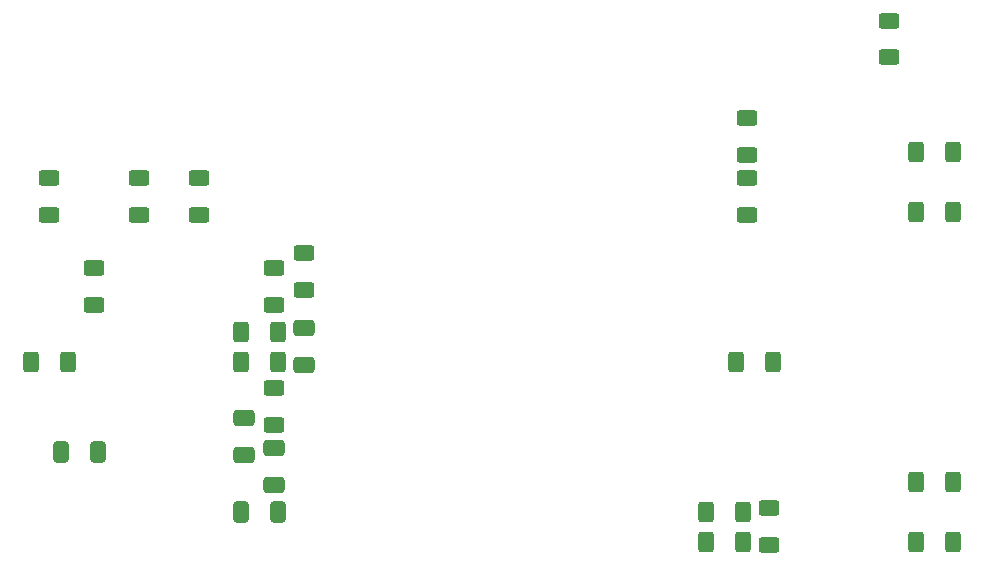
<source format=gbr>
%TF.GenerationSoftware,KiCad,Pcbnew,(6.0.5)*%
%TF.CreationDate,2023-05-16T23:55:54-04:00*%
%TF.ProjectId,as3340_no_mux,61733333-3430-45f6-9e6f-5f6d75782e6b,rev?*%
%TF.SameCoordinates,Original*%
%TF.FileFunction,Paste,Top*%
%TF.FilePolarity,Positive*%
%FSLAX46Y46*%
G04 Gerber Fmt 4.6, Leading zero omitted, Abs format (unit mm)*
G04 Created by KiCad (PCBNEW (6.0.5)) date 2023-05-16 23:55:54*
%MOMM*%
%LPD*%
G01*
G04 APERTURE LIST*
G04 Aperture macros list*
%AMRoundRect*
0 Rectangle with rounded corners*
0 $1 Rounding radius*
0 $2 $3 $4 $5 $6 $7 $8 $9 X,Y pos of 4 corners*
0 Add a 4 corners polygon primitive as box body*
4,1,4,$2,$3,$4,$5,$6,$7,$8,$9,$2,$3,0*
0 Add four circle primitives for the rounded corners*
1,1,$1+$1,$2,$3*
1,1,$1+$1,$4,$5*
1,1,$1+$1,$6,$7*
1,1,$1+$1,$8,$9*
0 Add four rect primitives between the rounded corners*
20,1,$1+$1,$2,$3,$4,$5,0*
20,1,$1+$1,$4,$5,$6,$7,0*
20,1,$1+$1,$6,$7,$8,$9,0*
20,1,$1+$1,$8,$9,$2,$3,0*%
G04 Aperture macros list end*
%ADD10RoundRect,0.250000X-0.650000X0.412500X-0.650000X-0.412500X0.650000X-0.412500X0.650000X0.412500X0*%
%ADD11RoundRect,0.250000X0.625000X-0.400000X0.625000X0.400000X-0.625000X0.400000X-0.625000X-0.400000X0*%
%ADD12RoundRect,0.250000X0.400000X0.625000X-0.400000X0.625000X-0.400000X-0.625000X0.400000X-0.625000X0*%
%ADD13RoundRect,0.250000X-0.625000X0.400000X-0.625000X-0.400000X0.625000X-0.400000X0.625000X0.400000X0*%
%ADD14RoundRect,0.250000X-0.400000X-0.625000X0.400000X-0.625000X0.400000X0.625000X-0.400000X0.625000X0*%
%ADD15RoundRect,0.250000X0.650000X-0.412500X0.650000X0.412500X-0.650000X0.412500X-0.650000X-0.412500X0*%
%ADD16RoundRect,0.250000X0.412500X0.650000X-0.412500X0.650000X-0.412500X-0.650000X0.412500X-0.650000X0*%
%ADD17RoundRect,0.250000X-0.412500X-0.650000X0.412500X-0.650000X0.412500X0.650000X-0.412500X0.650000X0*%
G04 APERTURE END LIST*
D10*
%TO.C,C11*%
X67310000Y-139992500D03*
X67310000Y-136867500D03*
%TD*%
D11*
%TO.C,R2*%
X50800000Y-119660000D03*
X50800000Y-116560000D03*
%TD*%
D12*
%TO.C,R50*%
X49250000Y-132080000D03*
X52350000Y-132080000D03*
%TD*%
D13*
%TO.C,R16*%
X63500000Y-116560000D03*
X63500000Y-119660000D03*
%TD*%
%TO.C,R38*%
X54610000Y-127280000D03*
X54610000Y-124180000D03*
%TD*%
%TO.C,R4*%
X72390000Y-122910000D03*
X72390000Y-126010000D03*
%TD*%
D12*
%TO.C,R25*%
X70130000Y-129540000D03*
X67030000Y-129540000D03*
%TD*%
D13*
%TO.C,R26*%
X69850000Y-124180000D03*
X69850000Y-127280000D03*
%TD*%
D14*
%TO.C,R46*%
X67030000Y-132080000D03*
X70130000Y-132080000D03*
%TD*%
D13*
%TO.C,R12*%
X69850000Y-137440000D03*
X69850000Y-134340000D03*
%TD*%
D15*
%TO.C,C2*%
X69850000Y-139407500D03*
X69850000Y-142532500D03*
%TD*%
D16*
%TO.C,C3*%
X67017500Y-144780000D03*
X70142500Y-144780000D03*
%TD*%
D17*
%TO.C,C7*%
X51777500Y-139700000D03*
X54902500Y-139700000D03*
%TD*%
D10*
%TO.C,C9*%
X72390000Y-129247500D03*
X72390000Y-132372500D03*
%TD*%
D11*
%TO.C,R6*%
X58420000Y-119660000D03*
X58420000Y-116560000D03*
%TD*%
D12*
%TO.C,R58*%
X127280000Y-142240000D03*
X124180000Y-142240000D03*
%TD*%
%TO.C,R69*%
X112040000Y-132080000D03*
X108940000Y-132080000D03*
%TD*%
%TO.C,R68*%
X109500000Y-147320000D03*
X106400000Y-147320000D03*
%TD*%
D14*
%TO.C,R66*%
X124180000Y-147320000D03*
X127280000Y-147320000D03*
%TD*%
D13*
%TO.C,R64*%
X111760000Y-147600000D03*
X111760000Y-144500000D03*
%TD*%
D14*
%TO.C,R62*%
X109500000Y-144780000D03*
X106400000Y-144780000D03*
%TD*%
D11*
%TO.C,R55*%
X109855000Y-111480000D03*
X109855000Y-114580000D03*
%TD*%
D13*
%TO.C,R54*%
X109855000Y-116560000D03*
X109855000Y-119660000D03*
%TD*%
D12*
%TO.C,R51*%
X124180000Y-114300000D03*
X127280000Y-114300000D03*
%TD*%
D13*
%TO.C,R36*%
X121920000Y-103225000D03*
X121920000Y-106325000D03*
%TD*%
D12*
%TO.C,R1*%
X127280000Y-119380000D03*
X124180000Y-119380000D03*
%TD*%
M02*

</source>
